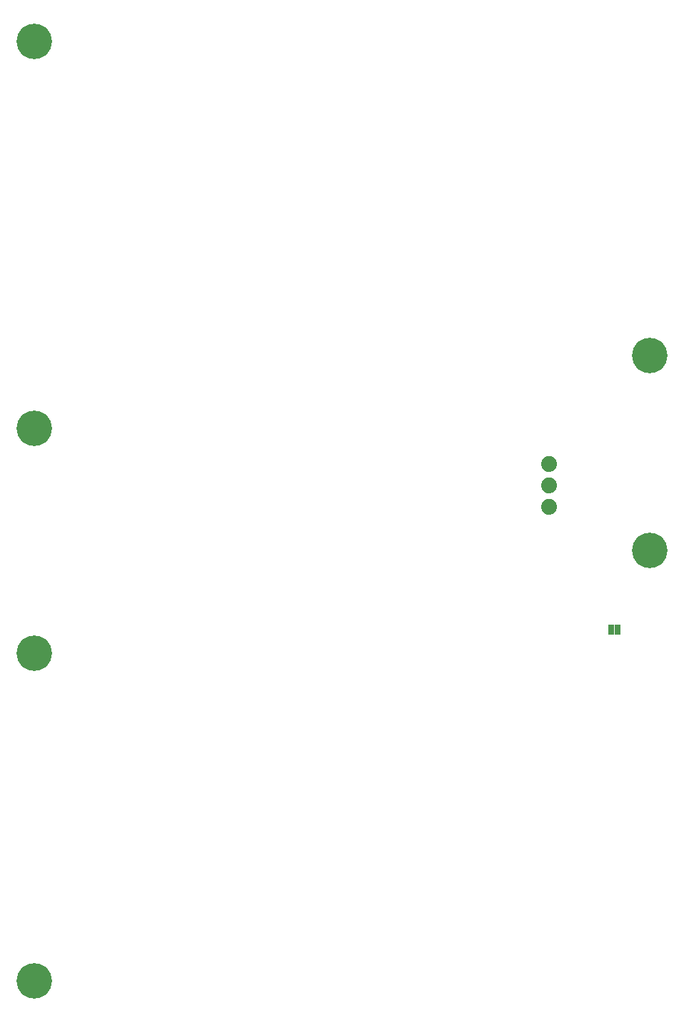
<source format=gbp>
G04 MADE WITH FRITZING*
G04 WWW.FRITZING.ORG*
G04 DOUBLE SIDED*
G04 HOLES PLATED*
G04 CONTOUR ON CENTER OF CONTOUR VECTOR*
%ASAXBY*%
%FSLAX23Y23*%
%MOIN*%
%OFA0B0*%
%SFA1.0B1.0*%
%ADD10C,0.165354*%
%ADD11C,0.074000*%
%ADD12R,0.025000X0.050000*%
%ADD13R,0.001000X0.001000*%
%LNPASTEMASK0*%
G90*
G70*
G54D10*
X189Y179D03*
X189Y4565D03*
X189Y2759D03*
X189Y1708D03*
G54D11*
X2592Y2594D03*
X2592Y2494D03*
X2592Y2394D03*
G54D10*
X3064Y3099D03*
X3064Y2189D03*
G54D11*
X2592Y2594D03*
X2592Y2494D03*
X2592Y2394D03*
G54D10*
X3064Y3099D03*
X3064Y2189D03*
G54D12*
X2915Y1819D03*
X2883Y1819D03*
G54D13*
D02*
G04 End of PasteMask0*
M02*
</source>
